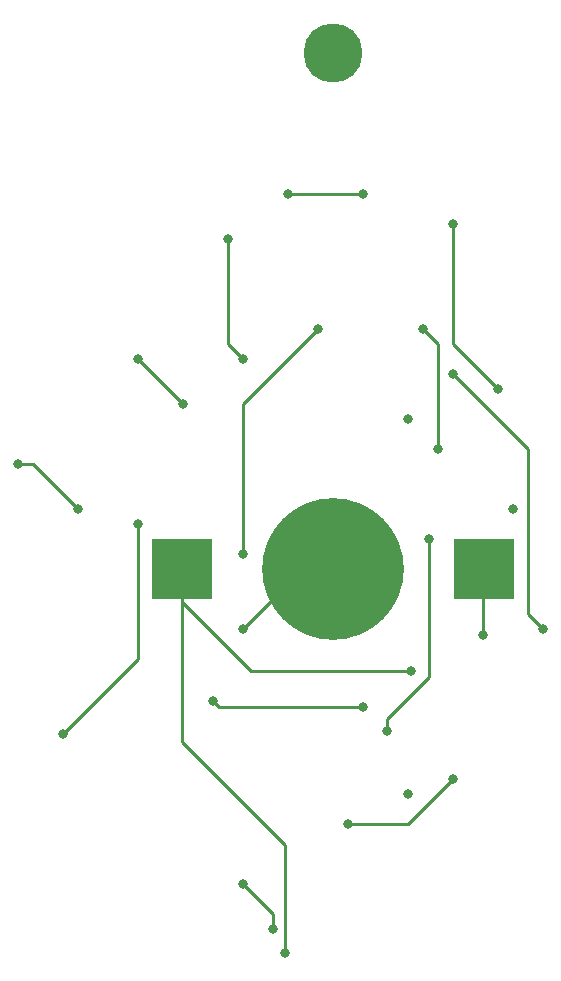
<source format=gbr>
G04 #@! TF.GenerationSoftware,KiCad,Pcbnew,5.1.4-3.fc30*
G04 #@! TF.CreationDate,2019-12-08T15:57:42-08:00*
G04 #@! TF.ProjectId,ChristmasTree,43687269-7374-46d6-9173-547265652e6b,rev?*
G04 #@! TF.SameCoordinates,Original*
G04 #@! TF.FileFunction,Copper,L2,Bot*
G04 #@! TF.FilePolarity,Positive*
%FSLAX46Y46*%
G04 Gerber Fmt 4.6, Leading zero omitted, Abs format (unit mm)*
G04 Created by KiCad (PCBNEW 5.1.4-3.fc30) date 2019-12-08 15:57:42*
%MOMM*%
%LPD*%
G04 APERTURE LIST*
%ADD10R,5.100000X5.100000*%
%ADD11C,12.000000*%
%ADD12C,5.000000*%
%ADD13C,0.800000*%
%ADD14C,0.250000*%
G04 APERTURE END LIST*
D10*
X251560000Y-104140000D03*
X225960000Y-104140000D03*
D11*
X238760000Y-104140000D03*
D12*
X238760000Y-60452000D03*
D13*
X240635000Y-60452000D03*
X240085825Y-61777825D03*
X238760000Y-62327000D03*
X237434175Y-61777825D03*
X236885000Y-60452000D03*
X237434175Y-59126175D03*
X238760000Y-58577000D03*
X240085825Y-59126175D03*
X234696000Y-136652000D03*
X245364000Y-112776000D03*
X251460000Y-109728000D03*
X237490000Y-83820000D03*
X231140000Y-102870000D03*
X231140000Y-109220000D03*
X246380000Y-83820000D03*
X247650000Y-93980000D03*
X228600000Y-115316000D03*
X241300000Y-115824000D03*
X233680000Y-134620000D03*
X231140000Y-130810000D03*
X254000000Y-99060000D03*
X245110000Y-123190000D03*
X215900000Y-118110000D03*
X222250000Y-100330000D03*
X245110000Y-91440000D03*
X246888000Y-101600000D03*
X243332000Y-117856000D03*
X222250000Y-86360000D03*
X226060000Y-90170000D03*
X212090000Y-95250000D03*
X217170000Y-99060000D03*
X234950000Y-72390000D03*
X241300000Y-72390000D03*
X229870000Y-76200000D03*
X231140000Y-86360000D03*
X248920000Y-74930000D03*
X252730000Y-88900000D03*
X248920000Y-87630000D03*
X256540000Y-109220000D03*
X248920000Y-121920000D03*
X240030000Y-125730000D03*
D14*
X225960000Y-104140000D02*
X225960000Y-118772000D01*
X225960000Y-118772000D02*
X231648000Y-124460000D01*
X231648000Y-124460000D02*
X234696000Y-127508000D01*
X234696000Y-127508000D02*
X234696000Y-136652000D01*
X231796000Y-112776000D02*
X245364000Y-112776000D01*
X225960000Y-104140000D02*
X225960000Y-106940000D01*
X225960000Y-106940000D02*
X231796000Y-112776000D01*
X251460000Y-104240000D02*
X251560000Y-104140000D01*
X251460000Y-109728000D02*
X251460000Y-104240000D01*
X237490000Y-83820000D02*
X231140000Y-90170000D01*
X231140000Y-90170000D02*
X231140000Y-102870000D01*
X236220000Y-104140000D02*
X238760000Y-104140000D01*
X231140000Y-109220000D02*
X236220000Y-104140000D01*
X246380000Y-83820000D02*
X247650000Y-85090000D01*
X247650000Y-85090000D02*
X247650000Y-93980000D01*
X228600000Y-115316000D02*
X229108000Y-115824000D01*
X229108000Y-115824000D02*
X241300000Y-115824000D01*
X233680000Y-134620000D02*
X233680000Y-133350000D01*
X233680000Y-133350000D02*
X231140000Y-130810000D01*
X245110000Y-123350000D02*
X245110000Y-123190000D01*
X215900000Y-118110000D02*
X222250000Y-111760000D01*
X222250000Y-111760000D02*
X222250000Y-100330000D01*
X243332000Y-116840000D02*
X243332000Y-117856000D01*
X246888000Y-101600000D02*
X246888000Y-113284000D01*
X246888000Y-113284000D02*
X243332000Y-116840000D01*
X222250000Y-86360000D02*
X226060000Y-90170000D01*
X212090000Y-95250000D02*
X213360000Y-95250000D01*
X213360000Y-95250000D02*
X217170000Y-99060000D01*
X234950000Y-72390000D02*
X241300000Y-72390000D01*
X229870000Y-76200000D02*
X229870000Y-85090000D01*
X229870000Y-85090000D02*
X231140000Y-86360000D01*
X248920000Y-74930000D02*
X248920000Y-85090000D01*
X248920000Y-85090000D02*
X252730000Y-88900000D01*
X248920000Y-87630000D02*
X255270000Y-93980000D01*
X255270000Y-93980000D02*
X255270000Y-105410000D01*
X255270000Y-105410000D02*
X255270000Y-107950000D01*
X255270000Y-107950000D02*
X256540000Y-109220000D01*
X245110000Y-125730000D02*
X248920000Y-121920000D01*
X240030000Y-125730000D02*
X245110000Y-125730000D01*
M02*

</source>
